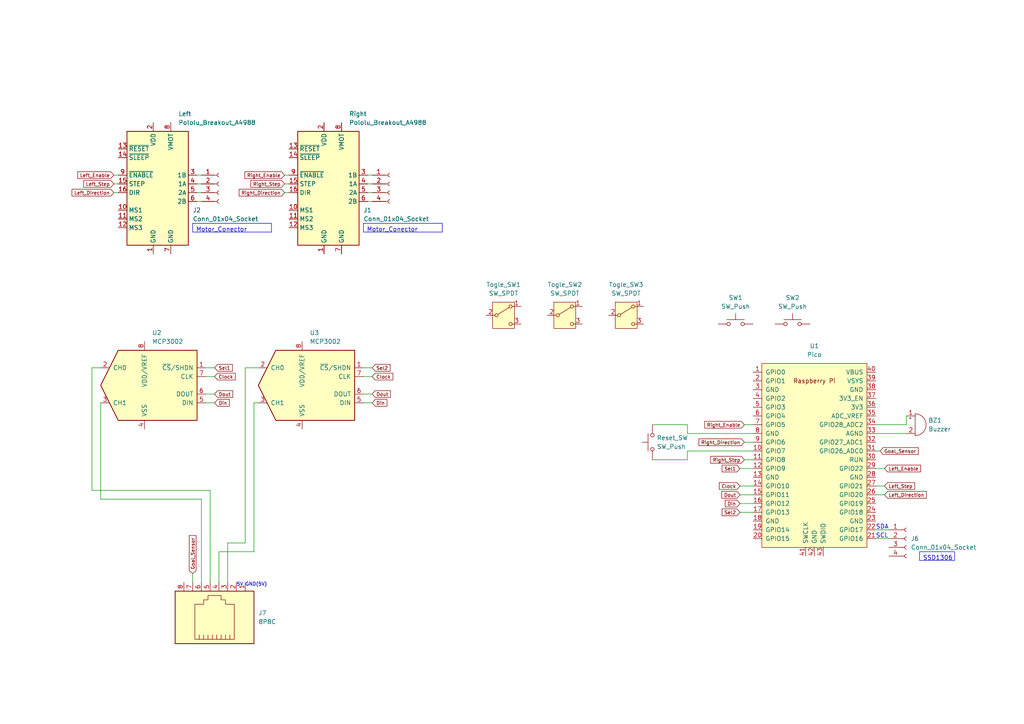
<source format=kicad_sch>
(kicad_sch (version 20230121) (generator eeschema)
  (paper "A4")
  (lib_symbols
    (symbol "Analog_ADC:MCP3002" (pin_names (offset 1.016))
      (property "Reference" "U" (at -6.35 11.43 0))
      (property "Value" "MCP3002" (at 11.43 11.43 0))
      (symbol "MCP3002_0_1"
        (polyline (pts (xy 15.24 10.16) (xy -7.62 10.16) (xy -12.7 0) (xy -7.62 -10.16) (xy 15.24 -10.16) (xy 15.24 10.16)) (stroke (width 0.254)) (fill (type background)))
      )
      (symbol "MCP3002_1_1"
        (pin input line (at 17.78 5.08 180) (length 2.54) (name "~{CS}/SHDN") (number "1"))
        (pin passive line (at -12.7 5.08 0) (length 2.54) (name "CH0") (number "2"))
        (pin passive line (at -12.7 -5.08 0) (length 2.54) (name "CH1") (number "3"))
        (pin power_in line (at 0 -12.7 90) (length 2.54) (name "VSS") (number "4"))
        (pin input line (at 17.78 -5.08 180) (length 2.54) (name "DIN") (number "5"))
        (pin output line (at 17.78 -2.54 180) (length 2.54) (name "DOUT") (number "6"))
        (pin input line (at 17.78 2.54 180) (length 2.54) (name "CLK") (number "7"))
        (pin power_in line (at 0 12.7 270) (length 2.54) (name "VDD/VREF") (number "8"))
      )
    )
    (symbol "Connector:8P8C" (pin_names (offset 1.016))
      (property "Reference" "J" (at -5.08 13.97 0))
      (property "Value" "8P8C" (at 2.54 13.97 0))
      (symbol "8P8C_0_1"
        (polyline (pts (xy -5.08 4.445) (xy -6.35 4.445)))
        (polyline (pts (xy -5.08 5.715) (xy -6.35 5.715)))
        (polyline (pts (xy -6.35 -3.175) (xy -5.08 -3.175) (xy -5.08 -3.175)))
        (polyline (pts (xy -6.35 -1.905) (xy -5.08 -1.905) (xy -5.08 -1.905)))
        (polyline (pts (xy -6.35 -0.635) (xy -5.08 -0.635) (xy -5.08 -0.635)))
        (polyline (pts (xy -6.35 0.635) (xy -5.08 0.635) (xy -5.08 0.635)))
        (polyline (pts (xy -6.35 1.905) (xy -5.08 1.905) (xy -5.08 1.905)))
        (polyline (pts (xy -5.08 3.175) (xy -6.35 3.175) (xy -6.35 3.175)))
        (polyline (pts (xy -6.35 -4.445) (xy -6.35 6.985) (xy 3.81 6.985) (xy 3.81 4.445) (xy 5.08 4.445) (xy 5.08 3.175) (xy 6.35 3.175) (xy 6.35 -0.635) (xy 5.08 -0.635) (xy 5.08 -1.905) (xy 3.81 -1.905) (xy 3.81 -4.445) (xy -6.35 -4.445) (xy -6.35 -4.445)))
        (rectangle (start 7.62 12.7) (end -7.62 -10.16) (stroke (width 0.254)) (fill (type background)))
      )
      (symbol "8P8C_1_1"
        (pin passive line (at 10.16 -7.62 180) (length 2.54) (name "~") (number "1"))
        (pin passive line (at 10.16 -5.08 180) (length 2.54) (name "~") (number "2"))
        (pin passive line (at 10.16 -2.54 180) (length 2.54) (name "~") (number "3"))
        (pin passive line (at 10.16 0 180) (length 2.54) (name "~") (number "4"))
        (pin passive line (at 10.16 2.54 180) (length 2.54) (name "~") (number "5"))
        (pin passive line (at 10.16 5.08 180) (length 2.54) (name "~") (number "6"))
        (pin passive line (at 10.16 7.62 180) (length 2.54) (name "~") (number "7"))
        (pin passive line (at 10.16 10.16 180) (length 2.54) (name "~") (number "8"))
      )
    )
    (symbol "Connector:Conn_01x04_Socket" (pin_names (offset 1.016) hide)
      (property "Reference" "J" (at 0 5.08 0))
      (property "Value" "Conn_01x04_Socket" (at 0 -7.62 0))
      (symbol "Conn_01x04_Socket_1_1"
        (arc (start 0 -4.572) (mid -0.5058 -5.08) (end 0 -5.588) (stroke (width 0.1524)))
        (arc (start 0 -2.032) (mid -0.5058 -2.54) (end 0 -3.048) (stroke (width 0.1524)))
        (polyline (pts (xy -1.27 -5.08) (xy -0.508 -5.08)) (stroke (width 0.1524)))
        (polyline (pts (xy -1.27 -2.54) (xy -0.508 -2.54)) (stroke (width 0.1524)))
        (polyline (pts (xy -1.27 0) (xy -0.508 0)) (stroke (width 0.1524)))
        (polyline (pts (xy -1.27 2.54) (xy -0.508 2.54)) (stroke (width 0.1524)))
        (arc (start 0 0.508) (mid -0.5058 0) (end 0 -0.508) (stroke (width 0.1524)))
        (arc (start 0 3.048) (mid -0.5058 2.54) (end 0 2.032) (stroke (width 0.1524)))
        (pin passive line (at -5.08 2.54 0) (length 3.81) (name "Pin_1") (number "1"))
        (pin passive line (at -5.08 0 0) (length 3.81) (name "Pin_2") (number "2"))
        (pin passive line (at -5.08 -2.54 0) (length 3.81) (name "Pin_3") (number "3"))
        (pin passive line (at -5.08 -5.08 0) (length 3.81) (name "Pin_4") (number "4"))
      )
    )
    (symbol "Device:Buzzer" (pin_names (offset 0.0254) hide)
      (property "Reference" "BZ" (at 3.81 1.27 0))
      (property "Value" "Buzzer" (at 3.81 -1.27 0))
      (symbol "Buzzer_0_1"
        (arc (start 0 -3.175) (mid 3.1612 0) (end 0 3.175))
        (polyline (pts (xy -1.651 1.905) (xy -1.143 1.905)))
        (polyline (pts (xy -1.397 2.159) (xy -1.397 1.651)))
        (polyline (pts (xy 0 3.175) (xy 0 -3.175)))
      )
      (symbol "Buzzer_1_1"
        (pin passive line (at -2.54 2.54 0) (length 2.54) (name "+") (number "1"))
        (pin passive line (at -2.54 -2.54 0) (length 2.54) (name "-") (number "2"))
      )
    )
    (symbol "Driver_Motor:Pololu_Breakout_A4988"
      (property "Reference" "A" (at -2.54 19.05 0))
      (property "Value" "Pololu_Breakout_A4988" (at -2.54 16.51 0))
      (symbol "Pololu_Breakout_A4988_0_1"
        (rectangle (start 10.16 -17.78) (end -7.62 15.24) (stroke (width 0.254)) (fill (type background)))
      )
      (symbol "Pololu_Breakout_A4988_1_1"
        (pin power_in line (at 0 -20.32 90) (length 2.54) (name "GND") (number "1"))
        (pin input line (at -10.16 -7.62 0) (length 2.54) (name "MS1") (number "10"))
        (pin input line (at -10.16 -10.16 0) (length 2.54) (name "MS2") (number "11"))
        (pin input line (at -10.16 -12.7 0) (length 2.54) (name "MS3") (number "12"))
        (pin input line (at -10.16 10.16 0) (length 2.54) (name "~{RESET}") (number "13"))
        (pin input line (at -10.16 7.62 0) (length 2.54) (name "~{SLEEP}") (number "14"))
        (pin input line (at -10.16 0 0) (length 2.54) (name "STEP") (number "15"))
        (pin input line (at -10.16 -2.54 0) (length 2.54) (name "DIR") (number "16"))
        (pin power_in line (at 0 17.78 270) (length 2.54) (name "VDD") (number "2"))
        (pin output line (at 12.7 2.54 180) (length 2.54) (name "1B") (number "3"))
        (pin output line (at 12.7 0 180) (length 2.54) (name "1A") (number "4"))
        (pin output line (at 12.7 -2.54 180) (length 2.54) (name "2A") (number "5"))
        (pin output line (at 12.7 -5.08 180) (length 2.54) (name "2B") (number "6"))
        (pin power_in line (at 5.08 -20.32 90) (length 2.54) (name "GND") (number "7"))
        (pin power_in line (at 5.08 17.78 270) (length 2.54) (name "VMOT") (number "8"))
        (pin input line (at -10.16 2.54 0) (length 2.54) (name "~{ENABLE}") (number "9"))
      )
    )
    (symbol "RPi_Pico:Pico" (pin_names (offset 1.016))
      (property "Reference" "U" (at -13.97 27.94 0))
      (property "Value" "Pico" (at 0 19.05 0))
      (symbol "Pico_0_0"
        (text "Raspberry Pi" (at 0 21.59 0) (effects (font (size 1.27 1.27))))
      )
      (symbol "Pico_0_1"
        (rectangle (start -15.24 26.67) (end 15.24 -26.67) (fill (type background)))
      )
      (symbol "Pico_1_1"
        (pin bidirectional line (at -17.78 24.13 0) (length 2.54) (name "GPIO0") (number "1"))
        (pin bidirectional line (at -17.78 1.27 0) (length 2.54) (name "GPIO7") (number "10"))
        (pin bidirectional line (at -17.78 -1.27 0) (length 2.54) (name "GPIO8") (number "11"))
        (pin bidirectional line (at -17.78 -3.81 0) (length 2.54) (name "GPIO9") (number "12"))
        (pin power_in line (at -17.78 -6.35 0) (length 2.54) (name "GND") (number "13"))
        (pin bidirectional line (at -17.78 -8.89 0) (length 2.54) (name "GPIO10") (number "14"))
        (pin bidirectional line (at -17.78 -11.43 0) (length 2.54) (name "GPIO11") (number "15"))
        (pin bidirectional line (at -17.78 -13.97 0) (length 2.54) (name "GPIO12") (number "16"))
        (pin bidirectional line (at -17.78 -16.51 0) (length 2.54) (name "GPIO13") (number "17"))
        (pin power_in line (at -17.78 -19.05 0) (length 2.54) (name "GND") (number "18"))
        (pin bidirectional line (at -17.78 -21.59 0) (length 2.54) (name "GPIO14") (number "19"))
        (pin bidirectional line (at -17.78 21.59 0) (length 2.54) (name "GPIO1") (number "2"))
        (pin bidirectional line (at -17.78 -24.13 0) (length 2.54) (name "GPIO15") (number "20"))
        (pin bidirectional line (at 17.78 -24.13 180) (length 2.54) (name "GPIO16") (number "21"))
        (pin bidirectional line (at 17.78 -21.59 180) (length 2.54) (name "GPIO17") (number "22"))
        (pin power_in line (at 17.78 -19.05 180) (length 2.54) (name "GND") (number "23"))
        (pin bidirectional line (at 17.78 -16.51 180) (length 2.54) (name "GPIO18") (number "24"))
        (pin bidirectional line (at 17.78 -13.97 180) (length 2.54) (name "GPIO19") (number "25"))
        (pin bidirectional line (at 17.78 -11.43 180) (length 2.54) (name "GPIO20") (number "26"))
        (pin bidirectional line (at 17.78 -8.89 180) (length 2.54) (name "GPIO21") (number "27"))
        (pin power_in line (at 17.78 -6.35 180) (length 2.54) (name "GND") (number "28"))
        (pin bidirectional line (at 17.78 -3.81 180) (length 2.54) (name "GPIO22") (number "29"))
        (pin power_in line (at -17.78 19.05 0) (length 2.54) (name "GND") (number "3"))
        (pin input line (at 17.78 -1.27 180) (length 2.54) (name "RUN") (number "30"))
        (pin bidirectional line (at 17.78 1.27 180) (length 2.54) (name "GPIO26_ADC0") (number "31"))
        (pin bidirectional line (at 17.78 3.81 180) (length 2.54) (name "GPIO27_ADC1") (number "32"))
        (pin power_in line (at 17.78 6.35 180) (length 2.54) (name "AGND") (number "33"))
        (pin bidirectional line (at 17.78 8.89 180) (length 2.54) (name "GPIO28_ADC2") (number "34"))
        (pin unspecified line (at 17.78 11.43 180) (length 2.54) (name "ADC_VREF") (number "35"))
        (pin unspecified line (at 17.78 13.97 180) (length 2.54) (name "3V3") (number "36"))
        (pin input line (at 17.78 16.51 180) (length 2.54) (name "3V3_EN") (number "37"))
        (pin bidirectional line (at 17.78 19.05 180) (length 2.54) (name "GND") (number "38"))
        (pin unspecified line (at 17.78 21.59 180) (length 2.54) (name "VSYS") (number "39"))
        (pin bidirectional line (at -17.78 16.51 0) (length 2.54) (name "GPIO2") (number "4"))
        (pin unspecified line (at 17.78 24.13 180) (length 2.54) (name "VBUS") (number "40"))
        (pin input line (at -2.54 -29.21 90) (length 2.54) (name "SWCLK") (number "41"))
        (pin power_in line (at 0 -29.21 90) (length 2.54) (name "GND") (number "42"))
        (pin bidirectional line (at 2.54 -29.21 90) (length 2.54) (name "SWDIO") (number "43"))
        (pin bidirectional line (at -17.78 13.97 0) (length 2.54) (name "GPIO3") (number "5"))
        (pin bidirectional line (at -17.78 11.43 0) (length 2.54) (name "GPIO4") (number "6"))
        (pin bidirectional line (at -17.78 8.89 0) (length 2.54) (name "GPIO5") (number "7"))
        (pin power_in line (at -17.78 6.35 0) (length 2.54) (name "GND") (number "8"))
        (pin bidirectional line (at -17.78 3.81 0) (length 2.54) (name "GPIO6") (number "9"))
      )
    )
    (symbol "Switch:SW_Push" (pin_numbers hide) (pin_names (offset 1.016) hide)
      (property "Reference" "SW" (at 1.27 2.54 0))
      (property "Value" "SW_Push" (at 0 -1.524 0))
      (symbol "SW_Push_0_1"
        (circle (center -2.032 0) (radius 0.508))
        (polyline (pts (xy 0 1.27) (xy 0 3.048)))
        (polyline (pts (xy 2.54 1.27) (xy -2.54 1.27)))
        (circle (center 2.032 0) (radius 0.508))
        (pin passive line (at -5.08 0 0) (length 2.54) (name "1") (number "1"))
        (pin passive line (at 5.08 0 180) (length 2.54) (name "2") (number "2"))
      )
    )
    (symbol "Switch:SW_SPDT" (pin_names (offset 0) hide)
      (property "Reference" "SW" (at 0 5.08 0))
      (property "Value" "SW_SPDT" (at 0 -5.08 0))
      (symbol "SW_SPDT_0_1"
        (circle (center -2.032 0) (radius 0.4572))
        (polyline (pts (xy -1.651 0.254) (xy 1.651 2.286)))
        (circle (center 2.032 -2.54) (radius 0.4572))
        (circle (center 2.032 2.54) (radius 0.4572))
      )
      (symbol "SW_SPDT_1_1"
        (rectangle (start -3.175 3.81) (end 3.175 -3.81) (fill (type background)))
        (pin passive line (at 5.08 2.54 180) (length 2.54) (name "A") (number "1"))
        (pin passive line (at -5.08 0 0) (length 2.54) (name "B") (number "2"))
        (pin passive line (at 5.08 -2.54 180) (length 2.54) (name "C") (number "3"))
      )
    )
  )
  (wire (pts (xy 63.5 160.02) (xy 63.5 168.91)))
  (wire (pts (xy 57.15 55.88) (xy 58.42 55.88)))
  (wire (pts (xy 66.04 157.48) (xy 66.04 168.91)))
  (wire (pts (xy 199.39 125.73) (xy 199.39 123.19)))
  (wire (pts (xy 214.63 148.59) (xy 218.44 148.59)))
  (wire (pts (xy 82.55 50.8) (xy 83.82 50.8)))
  (wire (pts (xy 105.41 109.22) (xy 107.95 109.22)))
  (wire (pts (xy 254 135.89) (xy 256.54 135.89)))
  (wire (pts (xy 254 140.97) (xy 256.54 140.97)))
  (wire (pts (xy 215.9 123.19) (xy 218.44 123.19)))
  (wire (pts (xy 254 156.21) (xy 257.81 156.21)))
  (wire (pts (xy 214.63 143.51) (xy 218.44 143.51)))
  (wire (pts (xy 33.02 53.34) (xy 34.29 53.34)))
  (wire (pts (xy 106.68 55.88) (xy 107.95 55.88)))
  (wire (pts (xy 58.42 144.78) (xy 58.42 168.91)))
  (wire (pts (xy 214.63 140.97) (xy 218.44 140.97)))
  (wire (pts (xy 254 125.73) (xy 262.89 125.73)))
  (wire (pts (xy 218.44 125.73) (xy 199.39 125.73)))
  (wire (pts (xy 74.93 106.68) (xy 71.12 106.68)))
  (wire (pts (xy 106.68 58.42) (xy 107.95 58.42)))
  (wire (pts (xy 262.89 123.19) (xy 262.89 120.65)))
  (wire (pts (xy 26.67 106.68) (xy 26.67 142.24)))
  (wire (pts (xy 215.9 133.35) (xy 218.44 133.35)))
  (wire (pts (xy 73.66 116.84) (xy 73.66 160.02)))
  (wire (pts (xy 26.67 142.24) (xy 60.96 142.24)))
  (wire (pts (xy 71.12 157.48) (xy 66.04 157.48)))
  (wire (pts (xy 105.41 116.84) (xy 107.95 116.84)))
  (wire (pts (xy 105.41 114.3) (xy 107.95 114.3)))
  (wire (pts (xy 254 153.67) (xy 257.81 153.67)))
  (wire (pts (xy 82.55 55.88) (xy 83.82 55.88)))
  (wire (pts (xy 63.5 160.02) (xy 73.66 160.02)))
  (wire (pts (xy 29.21 106.68) (xy 26.67 106.68)))
  (wire (pts (xy 59.69 106.68) (xy 62.23 106.68)))
  (wire (pts (xy 29.21 144.78) (xy 58.42 144.78)))
  (wire (pts (xy 55.88 166.37) (xy 55.88 168.91)))
  (wire (pts (xy 199.39 130.81) (xy 218.44 130.81)))
  (wire (pts (xy 71.12 106.68) (xy 71.12 157.48)))
  (wire (pts (xy 254 123.19) (xy 262.89 123.19)))
  (wire (pts (xy 59.69 109.22) (xy 62.23 109.22)))
  (wire (pts (xy 254 143.51) (xy 256.54 143.51)))
  (wire (pts (xy 60.96 142.24) (xy 60.96 168.91)))
  (wire (pts (xy 106.68 53.34) (xy 107.95 53.34)))
  (wire (pts (xy 29.21 116.84) (xy 29.21 144.78)))
  (wire (pts (xy 199.39 133.35) (xy 199.39 130.81)))
  (wire (pts (xy 33.02 55.88) (xy 34.29 55.88)))
  (wire (pts (xy 215.9 128.27) (xy 218.44 128.27)))
  (wire (pts (xy 189.23 133.35) (xy 199.39 133.35)))
  (wire (pts (xy 57.15 58.42) (xy 58.42 58.42)))
  (wire (pts (xy 105.41 106.68) (xy 107.95 106.68)))
  (wire (pts (xy 33.02 50.8) (xy 34.29 50.8)))
  (wire (pts (xy 73.66 116.84) (xy 74.93 116.84)))
  (wire (pts (xy 82.55 53.34) (xy 83.82 53.34)))
  (wire (pts (xy 199.39 123.19) (xy 189.23 123.19)))
  (wire (pts (xy 106.68 50.8) (xy 107.95 50.8)))
  (wire (pts (xy 59.69 116.84) (xy 62.23 116.84)))
  (wire (pts (xy 57.15 53.34) (xy 58.42 53.34)))
  (wire (pts (xy 218.44 146.05) (xy 214.63 146.05)))
  (wire (pts (xy 254 130.81) (xy 255.27 130.81)))
  (wire (pts (xy 214.63 135.89) (xy 218.44 135.89)))
  (wire (pts (xy 57.15 50.8) (xy 58.42 50.8)))
  (wire (pts (xy 59.69 114.3) (xy 62.23 114.3)))
  (text_box "SSD1306\n" (at 266.7 160.02 0) (size 10.16 2.54) (effects (font (size 1.27 1.27)) (justify left top)))
  (text_box "Motor_Conector" (at 55.88 64.77 0) (size 22.86 2.54) (effects (font (size 1.27 1.27)) (justify left top)))
  (text_box "Motor_Conector" (at 105.41 64.77 0) (size 22.86 2.54) (effects (font (size 1.27 1.27)) (justify left top)))
  (text "5V" (at 68.58 170.18 0) (effects (font (size 1 1)) (justify left bottom)))
  (text "SCL" (at 254 156.21 0) (effects (font (size 1.27 1.27)) (justify left bottom)))
  (text "GND(5V)" (at 71.12 170.18 0) (effects (font (size 1 1)) (justify left bottom)))
  (text "SDA" (at 254 153.67 0) (effects (font (size 1.27 1.27)) (justify left bottom)))
  (global_label "Clock" (shape input) (at 214.63 140.97 180) (effects (font (size 1 1))) (property "Intersheetrefs" "${INTERSHEET_REFS}" (effects hide)))
  (global_label "Right_Step" (shape input) (at 215.9 133.35 180) (effects (font (size 1 1))) (property "Intersheetrefs" "${INTERSHEET_REFS}" (effects hide)))
  (global_label "Left_Step" (shape input) (at 33.02 53.34 180) (effects (font (size 1 1))) (property "Intersheetrefs" "${INTERSHEET_REFS}" (effects hide)))
  (global_label "Din" (shape input) (at 214.63 146.05 180) (effects (font (size 1 1))) (property "Intersheetrefs" "${INTERSHEET_REFS}" (effects hide)))
  (global_label "Sel1" (shape input) (at 62.23 106.68 0) (effects (font (size 1 1))) (property "Intersheetrefs" "${INTERSHEET_REFS}" (effects hide)))
  (global_label "Goal_Sensor" (shape input) (at 55.88 166.37 90) (effects (font (size 1 1))) (property "Intersheetrefs" "${INTERSHEET_REFS}" (effects hide)))
  (global_label "Right_Enable" (shape input) (at 215.9 123.19 180) (effects (font (size 1 1))) (property "Intersheetrefs" "${INTERSHEET_REFS}" (effects hide)))
  (global_label "Clock" (shape input) (at 62.23 109.22 0) (effects (font (size 1 1))) (property "Intersheetrefs" "${INTERSHEET_REFS}" (effects hide)))
  (global_label "Goal_Sensor" (shape input) (at 255.27 130.81 0) (effects (font (size 1 1))) (property "Intersheetrefs" "${INTERSHEET_REFS}" (effects hide)))
  (global_label "Sel1" (shape input) (at 214.63 135.89 180) (effects (font (size 1 1))) (property "Intersheetrefs" "${INTERSHEET_REFS}" (effects hide)))
  (global_label "Left_Direction" (shape input) (at 33.02 55.88 180) (effects (font (size 1 1))) (property "Intersheetrefs" "${INTERSHEET_REFS}" (effects hide)))
  (global_label "Dout" (shape input) (at 62.23 114.3 0) (effects (font (size 1 1))) (property "Intersheetrefs" "${INTERSHEET_REFS}" (effects hide)))
  (global_label "Right_Direction" (shape input) (at 82.55 55.88 180) (effects (font (size 1 1))) (property "Intersheetrefs" "${INTERSHEET_REFS}" (effects hide)))
  (global_label "Clock" (shape input) (at 107.95 109.22 0) (effects (font (size 1 1))) (property "Intersheetrefs" "${INTERSHEET_REFS}" (effects hide)))
  (global_label "Right_Enable" (shape input) (at 82.55 50.8 180) (effects (font (size 1 1))) (property "Intersheetrefs" "${INTERSHEET_REFS}" (effects hide)))
  (global_label "Left_Enable" (shape input) (at 33.02 50.8 180) (effects (font (size 1 1))) (property "Intersheetrefs" "${INTERSHEET_REFS}" (effects hide)))
  (global_label "Din" (shape input) (at 107.95 116.84 0) (effects (font (size 1 1))) (property "Intersheetrefs" "${INTERSHEET_REFS}" (effects hide)))
  (global_label "Right_Direction" (shape input) (at 215.9 128.27 180) (effects (font (size 1 1))) (property "Intersheetrefs" "${INTERSHEET_REFS}" (effects hide)))
  (global_label "Dout" (shape input) (at 107.95 114.3 0) (effects (font (size 1 1))) (property "Intersheetrefs" "${INTERSHEET_REFS}" (effects hide)))
  (global_label "Left_Step" (shape input) (at 256.54 140.97 0) (effects (font (size 1 1))) (property "Intersheetrefs" "${INTERSHEET_REFS}" (effects hide)))
  (global_label "Left_Direction" (shape input) (at 256.54 143.51 0) (effects (font (size 1 1))) (property "Intersheetrefs" "${INTERSHEET_REFS}" (effects hide)))
  (global_label "Sel2" (shape input) (at 214.63 148.59 180) (effects (font (size 1 1))) (property "Intersheetrefs" "${INTERSHEET_REFS}" (effects hide)))
  (global_label "Sel2" (shape input) (at 107.95 106.68 0) (effects (font (size 1 1))) (property "Intersheetrefs" "${INTERSHEET_REFS}" (effects hide)))
  (global_label "Left_Enable" (shape input) (at 256.54 135.89 0) (effects (font (size 1 1))) (property "Intersheetrefs" "${INTERSHEET_REFS}" (effects hide)))
  (global_label "Dout" (shape input) (at 214.63 143.51 180) (effects (font (size 1 1))) (property "Intersheetrefs" "${INTERSHEET_REFS}" (effects hide)))
  (global_label "Right_Step" (shape input) (at 82.55 53.34 180) (effects (font (size 1 1))) (property "Intersheetrefs" "${INTERSHEET_REFS}" (effects hide)))
  (global_label "Din" (shape input) (at 62.23 116.84 0) (effects (font (size 1 1))) (property "Intersheetrefs" "${INTERSHEET_REFS}" (effects hide)))
  (symbol (lib_id "Switch:SW_Push") (at 229.87 93.98 0) (unit 1)
    (property "Reference" "SW2" (at 229.87 86.36 0))
    (property "Value" "SW_Push" (at 229.87 88.9 0))
  )
  (symbol (lib_id "Connector:Conn_01x04_Socket") (at 63.5 53.34 0) (unit 1)
    (property "Reference" "J2" (at 55.88 60.96 0) (effects (justify left)))
    (property "Value" "Conn_01x04_Socket" (at 55.88 63.5 0) (effects (justify left)))
  )
  (symbol (lib_id "Switch:SW_Push") (at 189.23 128.27 90) (unit 1)
    (property "Reference" "Reset_SW" (at 190.5 127 90) (effects (justify right)))
    (property "Value" "SW_Push" (at 190.5 129.54 90) (effects (justify right)))
  )
  (symbol (lib_id "Connector:Conn_01x04_Socket") (at 262.89 156.21 0) (unit 1)
    (property "Reference" "J6" (at 264.16 156.21 0) (effects (justify left)))
    (property "Value" "Conn_01x04_Socket" (at 264.16 158.75 0) (effects (justify left)))
  )
  (symbol (lib_id "Connector:8P8C") (at 63.5 179.07 90) (unit 1)
    (property "Reference" "J7" (at 74.93 177.8 90) (effects (justify right)))
    (property "Value" "8P8C" (at 74.93 180.34 90) (effects (justify right)))
  )
  (symbol (lib_id "Analog_ADC:MCP3002") (at 41.91 111.76 0) (unit 1)
    (property "Reference" "U2" (at 44.1041 96.52 0) (effects (justify left)))
    (property "Value" "MCP3002" (at 44.1041 99.06 0) (effects (justify left)))
    (property "Datasheet" "http://ww1.microchip.com/downloads/en/DeviceDoc/21294E.pdf" (effects hide))
  )
  (symbol (lib_id "RPi_Pico:Pico") (at 236.22 132.08 0) (unit 1)
    (property "Reference" "U1" (at 236.22 100.33 0))
    (property "Value" "Pico" (at 236.22 102.87 0))
    (property "Footprint" "RPi_Pico:RPi_Pico_SMD_TH" (effects hide))
  )
  (symbol (lib_id "Device:Buzzer") (at 265.43 123.19 0) (unit 1)
    (property "Reference" "BZ1" (at 269.24 121.92 0) (effects (justify left)))
    (property "Value" "Buzzer" (at 269.24 124.46 0) (effects (justify left)))
  )
  (symbol (lib_id "Driver_Motor:Pololu_Breakout_A4988") (at 44.45 53.34 0) (unit 1)
    (property "Reference" "Left" (at 51.7241 33.02 0) (effects (justify left)))
    (property "Value" "Pololu_Breakout_A4988" (at 51.7241 35.56 0) (effects (justify left)))
    (property "Footprint" "Module:Pololu_Breakout-16_15.2x20.3mm" (effects hide))
    (property "Datasheet" "https://www.pololu.com/product/2980/pictures" (effects hide))
  )
  (symbol (lib_id "Switch:SW_SPDT") (at 181.61 91.44 0) (unit 1)
    (property "Reference" "Togle_SW3" (at 181.61 82.55 0))
    (property "Value" "SW_SPDT" (at 181.61 85.09 0))
  )
  (symbol (lib_id "Switch:SW_SPDT") (at 146.05 91.44 0) (unit 1)
    (property "Reference" "Togle_SW1" (at 146.05 82.55 0))
    (property "Value" "SW_SPDT" (at 146.05 85.09 0))
  )
  (symbol (lib_id "Driver_Motor:Pololu_Breakout_A4988") (at 93.98 53.34 0) (unit 1)
    (property "Reference" "Right" (at 101.2541 33.02 0) (effects (justify left)))
    (property "Value" "Pololu_Breakout_A4988" (at 101.2541 35.56 0) (effects (justify left)))
    (property "Footprint" "Module:Pololu_Breakout-16_15.2x20.3mm" (effects hide))
    (property "Datasheet" "https://www.pololu.com/product/2980/pictures" (effects hide))
  )
  (symbol (lib_id "Switch:SW_Push") (at 213.36 93.98 0) (unit 1)
    (property "Reference" "SW1" (at 213.36 86.36 0))
    (property "Value" "SW_Push" (at 213.36 88.9 0))
  )
  (symbol (lib_id "Analog_ADC:MCP3002") (at 87.63 111.76 0) (unit 1)
    (property "Reference" "U3" (at 89.8241 96.52 0) (effects (justify left)))
    (property "Value" "MCP3002" (at 89.8241 99.06 0) (effects (justify left)))
    (property "Datasheet" "http://ww1.microchip.com/downloads/en/DeviceDoc/21294E.pdf" (effects hide))
  )
  (symbol (lib_id "Switch:SW_SPDT") (at 163.83 91.44 0) (unit 1)
    (property "Reference" "Togle_SW2" (at 163.83 82.55 0))
    (property "Value" "SW_SPDT" (at 163.83 85.09 0))
  )
  (symbol (lib_id "Connector:Conn_01x04_Socket") (at 113.03 53.34 0) (unit 1)
    (property "Reference" "J1" (at 105.41 60.96 0) (effects (justify left)))
    (property "Value" "Conn_01x04_Socket" (at 105.41 63.5 0) (effects (justify left)))
  )
)
</source>
